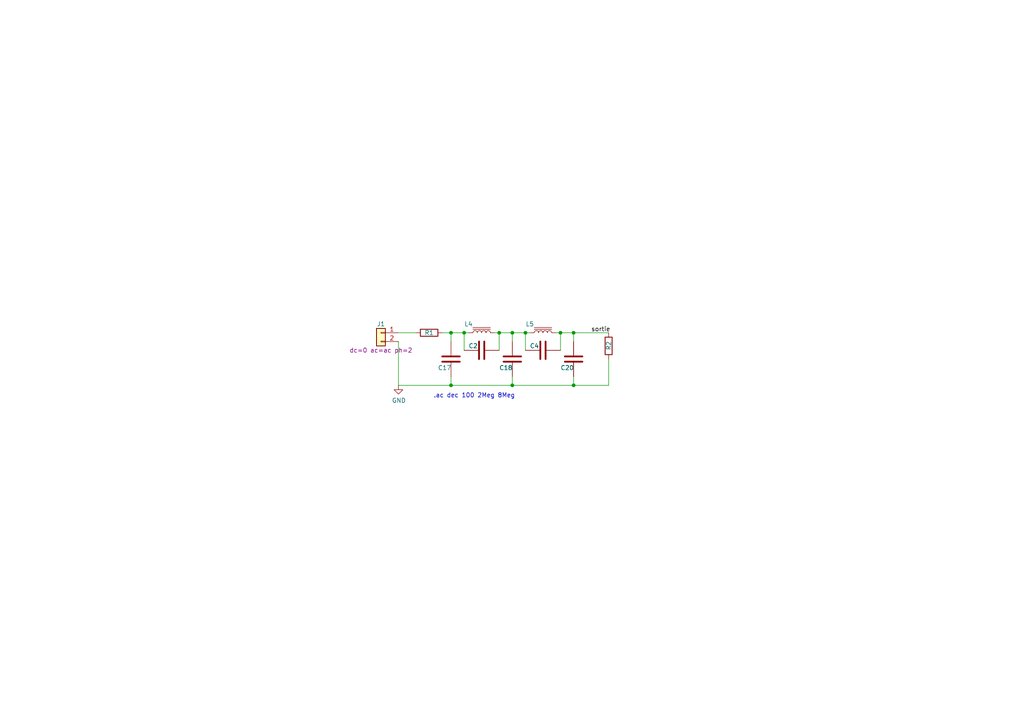
<source format=kicad_sch>
(kicad_sch (version 20211123) (generator eeschema)
  (paper "A4")
  (lib_symbols
    (symbol "common:C" (pin_numbers hide) (pin_names (offset 0.254))
      (property "Reference" "C" (at 1.27 2.54 0))
      (symbol "C_0_1"
        (polyline (pts (xy -2.54 -0.762) (xy 2.54 -0.762)) (stroke (width 0.508)))
        (polyline (pts (xy -2.54 0.762) (xy 2.54 0.762)) (stroke (width 0.508)))
      )
      (symbol "C_1_1"
        (pin passive line (at 0 5.08 270) (length 4.318) (name "~") (number "1"))
        (pin passive line (at 0 -5.08 90) (length 4.318) (name "~") (number "2"))
      )
    )
    (symbol "common:Conn_01x02" (pin_names (offset 1.016) hide)
      (property "Reference" "J" (at 0 2.54 0))
      (symbol "Conn_01x02_1_1"
        (rectangle (start -1.27 -2.413) (end 0 -2.667) (stroke (width 0.1524)))
        (rectangle (start -1.27 0.127) (end 0 -0.127) (stroke (width 0.1524)))
        (rectangle (start -1.27 1.27) (end 1.27 -3.81) (stroke (width 0.254)) (fill (type background)))
        (pin passive line (at -5.08 0 0) (length 3.81) (name "Pin_1") (number "1"))
        (pin passive line (at -5.08 -2.54 0) (length 3.81) (name "Pin_2") (number "2"))
      )
    )
    (symbol "common:L_Core_Iron" (pin_numbers hide) (pin_names (offset 1.016) hide)
      (property "Reference" "L" (at -1.27 0 90))
      (symbol "L_Core_Iron_0_1"
        (arc (start 0 -2.54) (mid 0.635 -1.905) (end 0 -1.27))
        (arc (start 0 -1.27) (mid 0.635 -0.635) (end 0 0))
        (polyline (pts (xy 1.016 2.54) (xy 1.016 -2.54)))
        (polyline (pts (xy 1.524 -2.54) (xy 1.524 2.54)))
        (arc (start 0 0) (mid 0.635 0.635) (end 0 1.27))
        (arc (start 0 1.27) (mid 0.635 1.905) (end 0 2.54))
      )
      (symbol "L_Core_Iron_1_1"
        (pin passive line (at 0 3.81 270) (length 1.27) (name "1") (number "1"))
        (pin passive line (at 0 -3.81 90) (length 1.27) (name "2") (number "2"))
      )
    )
    (symbol "common:R" (pin_numbers hide) (pin_names (offset 0) hide)
      (property "Reference" "R" (at 0 0 90))
      (symbol "R_0_1"
        (rectangle (start -1.016 -2.54) (end 1.016 2.54) (stroke (width 0.254)))
      )
      (symbol "R_1_1"
        (pin passive line (at 0 3.81 270) (length 1.27) (name "~") (number "1"))
        (pin passive line (at 0 -3.81 90) (length 1.27) (name "~") (number "2"))
      )
    )
    (symbol "power:GND" (power) (pin_names (offset 0))
      (property "Value" "GND" (at 0 -3.81 0))
      (symbol "GND_0_1"
        (polyline (pts (xy 0 0) (xy 0 -1.27) (xy 1.27 -1.27) (xy 0 -2.54) (xy -1.27 -1.27) (xy 0 -1.27)))
      )
      (symbol "GND_1_1"
        (pin power_in line (at 0 0 270) (length 0) hide (name "GND") (number "1"))
      )
    )
  )
  (junction (at 166.37 96.52))
  (junction (at 130.81 111.76))
  (junction (at 134.62 96.52))
  (junction (at 144.78 96.52))
  (junction (at 152.4 96.52))
  (junction (at 162.56 96.52))
  (junction (at 148.59 111.76))
  (junction (at 148.59 96.52))
  (junction (at 166.37 111.76))
  (junction (at 130.81 96.52))
  (wire (pts (xy 166.37 99.06) (xy 166.37 96.52)))
  (wire (pts (xy 148.59 96.52) (xy 152.4 96.52)))
  (wire (pts (xy 130.81 99.06) (xy 130.81 96.52)))
  (wire (pts (xy 130.81 96.52) (xy 134.62 96.52)))
  (wire (pts (xy 148.59 109.22) (xy 148.59 111.76)))
  (wire (pts (xy 176.53 104.14) (xy 176.53 111.76)))
  (wire (pts (xy 166.37 109.22) (xy 166.37 111.76)))
  (wire (pts (xy 144.78 96.52) (xy 148.59 96.52)))
  (wire (pts (xy 152.4 101.6) (xy 152.4 96.52)))
  (wire (pts (xy 130.81 109.22) (xy 130.81 111.76)))
  (wire (pts (xy 162.56 101.6) (xy 162.56 96.52)))
  (wire (pts (xy 148.59 111.76) (xy 166.37 111.76)))
  (wire (pts (xy 130.81 111.76) (xy 148.59 111.76)))
  (wire (pts (xy 134.62 96.52) (xy 135.89 96.52)))
  (wire (pts (xy 143.51 96.52) (xy 144.78 96.52)))
  (wire (pts (xy 134.62 101.6) (xy 134.62 96.52)))
  (wire (pts (xy 152.4 96.52) (xy 153.67 96.52)))
  (wire (pts (xy 162.56 96.52) (xy 166.37 96.52)))
  (wire (pts (xy 148.59 99.06) (xy 148.59 96.52)))
  (wire (pts (xy 115.57 96.52) (xy 120.65 96.52)))
  (wire (pts (xy 166.37 96.52) (xy 176.53 96.52)))
  (wire (pts (xy 128.27 96.52) (xy 130.81 96.52)))
  (wire (pts (xy 161.29 96.52) (xy 162.56 96.52)))
  (wire (pts (xy 144.78 101.6) (xy 144.78 96.52)))
  (wire (pts (xy 166.37 111.76) (xy 176.53 111.76)))
  (wire (pts (xy 115.57 111.76) (xy 130.81 111.76)))
  (wire (pts (xy 115.57 99.06) (xy 115.57 111.76)))
  (text ".ac dec 100 2Meg 8Meg" (at 125.73 115.57 0) (effects (font (size 1.27 1.27)) (justify left bottom)))
  (label "sortie" (at 171.45 96.52 0))
  (symbol (lib_id "common:R") (at 124.46 96.52 270) (unit 1)
    (property "Reference" "R1" (at 124.46 96.52 90))
    (property "Value" "R" (effects hide))
    (property "Spice_Primitive" "R" (effects hide))
    (property "Spice_Model" "50" (at 124.46 93.98 90))
    (property "Spice_Netlist_Enabled" "Y" (effects hide))
  )
  (symbol (lib_id "common:C") (at 130.81 104.14 0) (unit 1)
    (property "Reference" "C17" (at 127 106.68 0) (effects (justify left)))
    (property "Value" "C" (effects hide))
    (property "Spice_Primitive" "C" (effects hide))
    (property "Spice_Model" "1300p" (at 134.62 106.68 0))
    (property "Spice_Netlist_Enabled" "Y" (effects hide))
  )
  (symbol (lib_id "common:C") (at 148.59 104.14 0) (unit 1)
    (property "Reference" "C18" (at 144.78 106.68 0) (effects (justify left)))
    (property "Value" "C" (effects hide))
    (property "Spice_Primitive" "C" (effects hide))
    (property "Spice_Model" "2400p" (at 152.4 106.68 0))
    (property "Spice_Netlist_Enabled" "Y" (effects hide))
  )
  (symbol (lib_id "common:R") (at 176.53 100.33 0) (unit 1)
    (property "Reference" "R2" (at 176.53 101.6 90) (effects (justify left)))
    (property "Value" "R" (effects hide))
    (property "Spice_Primitive" "R" (effects hide))
    (property "Spice_Model" "50" (at 173.99 100.33 0))
    (property "Spice_Netlist_Enabled" "Y" (effects hide))
  )
  (symbol (lib_id "common:L_Core_Iron") (at 139.7 96.52 90) (unit 1)
    (property "Reference" "L4" (at 135.89 93.98 90))
    (property "Value" "L_Core_Iron" (effects hide))
    (property "Spice_Primitive" "L" (effects hide))
    (property "Spice_Model" "1.5u" (at 139.7 93.98 90))
    (property "Spice_Netlist_Enabled" "Y" (effects hide))
  )
  (symbol (lib_id "common:L_Core_Iron") (at 157.48 96.52 90) (unit 1)
    (property "Reference" "L5" (at 153.67 93.98 90))
    (property "Value" "L_Core_Iron" (effects hide))
    (property "Spice_Primitive" "L" (effects hide))
    (property "Spice_Model" "1.3u" (at 157.48 93.98 90))
    (property "Spice_Netlist_Enabled" "Y" (effects hide))
  )
  (symbol (lib_id "common:Conn_01x02") (at 110.49 96.52 0) (mirror y) (unit 1)
    (property "Reference" "J1" (at 110.49 93.98 0))
    (property "Value" "Conn_01x02" (effects hide))
    (property "Spice_Primitive" "V" (effects hide))
    (property "Spice_Model" "dc 0 ac 2" (at 110.49 101.6 0))
    (property "Spice_Netlist_Enabled" "Y" (effects hide))
  )
  (symbol (lib_id "power:GND") (at 115.57 111.76 0) (unit 1)
    (property "Reference" "#PWR?" (effects hide))
    (property "Value" "GND" (at 115.697 116.1542 0))
  )
  (symbol (lib_id "common:C") (at 166.37 104.14 0) (unit 1)
    (property "Reference" "C20" (at 162.56 106.68 0) (effects (justify left)))
    (property "Value" "C" (effects hide))
    (property "Spice_Primitive" "C" (effects hide))
    (property "Spice_Model" "1100p" (at 170.18 106.68 0))
    (property "Spice_Netlist_Enabled" "Y" (effects hide))
  )
  (symbol (lib_id "common:C") (at 139.7 101.6 270) (unit 1)
    (property "Reference" "C2" (at 135.89 100.33 90) (effects (justify left)))
    (property "Value" "C" (effects hide))
    (property "Spice_Primitive" "C" (effects hide))
    (property "Spice_Model" "180p" (at 143.51 100.33 90))
    (property "Spice_Netlist_Enabled" "Y" (effects hide))
  )
  (symbol (lib_id "common:C") (at 157.48 101.6 270) (unit 1)
    (property "Reference" "C4" (at 153.67 100.33 90) (effects (justify left)))
    (property "Value" "C" (effects hide))
    (property "Spice_Primitive" "C" (effects hide))
    (property "Spice_Model" "390p" (at 161.29 100.33 90))
    (property "Spice_Netlist_Enabled" "Y" (effects hide))
  )
)
</source>
